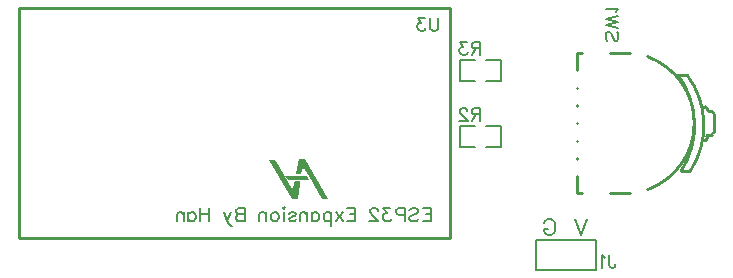
<source format=gbo>
G04 Layer: BottomSilkscreenLayer*
G04 EasyEDA v6.5.1, 2022-03-28 07:45:05*
G04 8a3c461addb741cca4737953a7c37c6d,45e7c3065f504378a11261742efe6332,10*
G04 Gerber Generator version 0.2*
G04 Scale: 100 percent, Rotated: No, Reflected: No *
G04 Dimensions in millimeters *
G04 leading zeros omitted , absolute positions ,4 integer and 5 decimal *
%FSLAX45Y45*%
%MOMM*%

%ADD10C,0.2540*%
%ADD25C,0.1524*%
%ADD26C,0.2032*%
%ADD27C,0.2030*%
%ADD28C,0.2030*%

%LPD*%
G36*
X3645357Y8003133D02*
G01*
X3627221Y7915605D01*
X3621024Y7884566D01*
X3619246Y7874457D01*
X3620414Y7873136D01*
X3624326Y7872323D01*
X3631539Y7872018D01*
X3666337Y7872831D01*
X3676345Y7922768D01*
X3678834Y7932623D01*
X3680663Y7937042D01*
X3682187Y7936941D01*
X3696766Y7911896D01*
X3726992Y7859166D01*
X3838549Y7663332D01*
X3890365Y7663281D01*
X3696208Y8003082D01*
G37*
G36*
X3414776Y7994091D02*
G01*
X3405022Y7993938D01*
X3397148Y7993583D01*
X3392017Y7993024D01*
X3390341Y7992364D01*
X3583178Y7663129D01*
X3633927Y7664399D01*
X3653637Y7793329D01*
X3655974Y7809992D01*
X3654755Y7811312D01*
X3650691Y7812176D01*
X3643325Y7812684D01*
X3608324Y7812836D01*
X3605428Y7795310D01*
X3598926Y7749336D01*
X3595471Y7727340D01*
X3585311Y7744256D01*
X3448050Y7981289D01*
X3440176Y7994091D01*
G37*
G36*
X3611829Y7862671D02*
G01*
X3577590Y7862468D01*
X3550665Y7862011D01*
X3534054Y7861452D01*
X3530549Y7861096D01*
X3530142Y7860893D01*
X3550716Y7824165D01*
X3734257Y7824165D01*
X3724249Y7842605D01*
X3713022Y7862671D01*
G37*
D28*
X4762487Y7588765D02*
G01*
X4762487Y7474211D01*
X4762487Y7588765D02*
G01*
X4691621Y7588765D01*
X4762487Y7534155D02*
G01*
X4718799Y7534155D01*
X4762487Y7474211D02*
G01*
X4691621Y7474211D01*
X4579099Y7572255D02*
G01*
X4590021Y7583177D01*
X4606531Y7588765D01*
X4628375Y7588765D01*
X4644631Y7583177D01*
X4655553Y7572255D01*
X4655553Y7561333D01*
X4650219Y7550411D01*
X4644631Y7545077D01*
X4633709Y7539489D01*
X4600943Y7528821D01*
X4590021Y7523233D01*
X4584687Y7517899D01*
X4579099Y7506977D01*
X4579099Y7490467D01*
X4590021Y7479545D01*
X4606531Y7474211D01*
X4628375Y7474211D01*
X4644631Y7479545D01*
X4655553Y7490467D01*
X4543285Y7588765D02*
G01*
X4543285Y7474211D01*
X4543285Y7588765D02*
G01*
X4494009Y7588765D01*
X4477753Y7583177D01*
X4472419Y7577843D01*
X4466831Y7566921D01*
X4466831Y7550411D01*
X4472419Y7539489D01*
X4477753Y7534155D01*
X4494009Y7528821D01*
X4543285Y7528821D01*
X4419841Y7588765D02*
G01*
X4359897Y7588765D01*
X4392663Y7545077D01*
X4376407Y7545077D01*
X4365485Y7539489D01*
X4359897Y7534155D01*
X4354563Y7517899D01*
X4354563Y7506977D01*
X4359897Y7490467D01*
X4370819Y7479545D01*
X4387329Y7474211D01*
X4403585Y7474211D01*
X4419841Y7479545D01*
X4425429Y7485133D01*
X4430763Y7496055D01*
X4312907Y7561333D02*
G01*
X4312907Y7566921D01*
X4307573Y7577843D01*
X4302239Y7583177D01*
X4291317Y7588765D01*
X4269473Y7588765D01*
X4258551Y7583177D01*
X4252963Y7577843D01*
X4247629Y7566921D01*
X4247629Y7555999D01*
X4252963Y7545077D01*
X4263885Y7528821D01*
X4318495Y7474211D01*
X4242041Y7474211D01*
X4122153Y7588765D02*
G01*
X4122153Y7474211D01*
X4122153Y7588765D02*
G01*
X4051287Y7588765D01*
X4122153Y7534155D02*
G01*
X4078465Y7534155D01*
X4122153Y7474211D02*
G01*
X4051287Y7474211D01*
X4015219Y7550411D02*
G01*
X3955275Y7474211D01*
X3955275Y7550411D02*
G01*
X4015219Y7474211D01*
X3919207Y7550411D02*
G01*
X3919207Y7435857D01*
X3919207Y7534155D02*
G01*
X3908285Y7545077D01*
X3897363Y7550411D01*
X3881107Y7550411D01*
X3870185Y7545077D01*
X3859263Y7534155D01*
X3853675Y7517899D01*
X3853675Y7506977D01*
X3859263Y7490467D01*
X3870185Y7479545D01*
X3881107Y7474211D01*
X3897363Y7474211D01*
X3908285Y7479545D01*
X3919207Y7490467D01*
X3752329Y7550411D02*
G01*
X3752329Y7474211D01*
X3752329Y7534155D02*
G01*
X3763251Y7545077D01*
X3774173Y7550411D01*
X3790429Y7550411D01*
X3801351Y7545077D01*
X3812273Y7534155D01*
X3817861Y7517899D01*
X3817861Y7506977D01*
X3812273Y7490467D01*
X3801351Y7479545D01*
X3790429Y7474211D01*
X3774173Y7474211D01*
X3763251Y7479545D01*
X3752329Y7490467D01*
X3716261Y7550411D02*
G01*
X3716261Y7474211D01*
X3716261Y7528821D02*
G01*
X3700005Y7545077D01*
X3689083Y7550411D01*
X3672573Y7550411D01*
X3661651Y7545077D01*
X3656317Y7528821D01*
X3656317Y7474211D01*
X3560305Y7534155D02*
G01*
X3565639Y7545077D01*
X3582149Y7550411D01*
X3598405Y7550411D01*
X3614915Y7545077D01*
X3620249Y7534155D01*
X3614915Y7523233D01*
X3603993Y7517899D01*
X3576561Y7512311D01*
X3565639Y7506977D01*
X3560305Y7496055D01*
X3560305Y7490467D01*
X3565639Y7479545D01*
X3582149Y7474211D01*
X3598405Y7474211D01*
X3614915Y7479545D01*
X3620249Y7490467D01*
X3524237Y7588765D02*
G01*
X3518903Y7583177D01*
X3513315Y7588765D01*
X3518903Y7594099D01*
X3524237Y7588765D01*
X3518903Y7550411D02*
G01*
X3518903Y7474211D01*
X3450069Y7550411D02*
G01*
X3460991Y7545077D01*
X3471913Y7534155D01*
X3477501Y7517899D01*
X3477501Y7506977D01*
X3471913Y7490467D01*
X3460991Y7479545D01*
X3450069Y7474211D01*
X3433813Y7474211D01*
X3422891Y7479545D01*
X3411969Y7490467D01*
X3406381Y7506977D01*
X3406381Y7517899D01*
X3411969Y7534155D01*
X3422891Y7545077D01*
X3433813Y7550411D01*
X3450069Y7550411D01*
X3370567Y7550411D02*
G01*
X3370567Y7474211D01*
X3370567Y7528821D02*
G01*
X3354057Y7545077D01*
X3343135Y7550411D01*
X3326879Y7550411D01*
X3315957Y7545077D01*
X3310369Y7528821D01*
X3310369Y7474211D01*
X3190481Y7588765D02*
G01*
X3190481Y7474211D01*
X3190481Y7588765D02*
G01*
X3141459Y7588765D01*
X3124949Y7583177D01*
X3119615Y7577843D01*
X3114027Y7566921D01*
X3114027Y7555999D01*
X3119615Y7545077D01*
X3124949Y7539489D01*
X3141459Y7534155D01*
X3190481Y7534155D02*
G01*
X3141459Y7534155D01*
X3124949Y7528821D01*
X3119615Y7523233D01*
X3114027Y7512311D01*
X3114027Y7496055D01*
X3119615Y7485133D01*
X3124949Y7479545D01*
X3141459Y7474211D01*
X3190481Y7474211D01*
X3072625Y7550411D02*
G01*
X3039859Y7474211D01*
X3007093Y7550411D02*
G01*
X3039859Y7474211D01*
X3050781Y7452367D01*
X3061703Y7441445D01*
X3072625Y7435857D01*
X3078213Y7435857D01*
X2887205Y7588765D02*
G01*
X2887205Y7474211D01*
X2810751Y7588765D02*
G01*
X2810751Y7474211D01*
X2887205Y7534155D02*
G01*
X2810751Y7534155D01*
X2709405Y7550411D02*
G01*
X2709405Y7474211D01*
X2709405Y7534155D02*
G01*
X2720327Y7545077D01*
X2731249Y7550411D01*
X2747505Y7550411D01*
X2758427Y7545077D01*
X2769349Y7534155D01*
X2774937Y7517899D01*
X2774937Y7506977D01*
X2769349Y7490467D01*
X2758427Y7479545D01*
X2747505Y7474211D01*
X2731249Y7474211D01*
X2720327Y7479545D01*
X2709405Y7490467D01*
X2673337Y7550411D02*
G01*
X2673337Y7474211D01*
X2673337Y7528821D02*
G01*
X2657081Y7545077D01*
X2646159Y7550411D01*
X2629649Y7550411D01*
X2618727Y7545077D01*
X2613393Y7528821D01*
X2613393Y7474211D01*
X6083300Y7494572D02*
G01*
X6032390Y7360935D01*
X5981481Y7494572D02*
G01*
X6032390Y7360935D01*
X5721144Y7462753D02*
G01*
X5727509Y7475481D01*
X5740237Y7488209D01*
X5752962Y7494572D01*
X5778418Y7494572D01*
X5791146Y7488209D01*
X5803872Y7475481D01*
X5810237Y7462753D01*
X5816600Y7443663D01*
X5816600Y7411844D01*
X5810237Y7392753D01*
X5803872Y7380028D01*
X5791146Y7367300D01*
X5778418Y7360935D01*
X5752962Y7360935D01*
X5740237Y7367300D01*
X5727509Y7380028D01*
X5721144Y7392753D01*
X5721144Y7411844D01*
X5752962Y7411844D02*
G01*
X5721144Y7411844D01*
D25*
X5181600Y8433838D02*
G01*
X5181600Y8324735D01*
X5181600Y8433838D02*
G01*
X5134841Y8433838D01*
X5119255Y8428644D01*
X5114058Y8423447D01*
X5108864Y8413056D01*
X5108864Y8402665D01*
X5114058Y8392274D01*
X5119255Y8387079D01*
X5134841Y8381885D01*
X5181600Y8381885D01*
X5145232Y8381885D02*
G01*
X5108864Y8324735D01*
X5069377Y8407862D02*
G01*
X5069377Y8413056D01*
X5064183Y8423447D01*
X5058986Y8428644D01*
X5048595Y8433838D01*
X5027815Y8433838D01*
X5017424Y8428644D01*
X5012227Y8423447D01*
X5007033Y8413056D01*
X5007033Y8402665D01*
X5012227Y8392274D01*
X5022618Y8376688D01*
X5074574Y8324735D01*
X5001836Y8324735D01*
X5181600Y8992638D02*
G01*
X5181600Y8883535D01*
X5181600Y8992638D02*
G01*
X5134841Y8992638D01*
X5119255Y8987444D01*
X5114058Y8982247D01*
X5108864Y8971856D01*
X5108864Y8961465D01*
X5114058Y8951074D01*
X5119255Y8945879D01*
X5134841Y8940685D01*
X5181600Y8940685D01*
X5145232Y8940685D02*
G01*
X5108864Y8883535D01*
X5064183Y8992638D02*
G01*
X5007033Y8992638D01*
X5038204Y8951074D01*
X5022618Y8951074D01*
X5012227Y8945879D01*
X5007033Y8940685D01*
X5001836Y8925097D01*
X5001836Y8914706D01*
X5007033Y8899121D01*
X5017424Y8888729D01*
X5033009Y8883535D01*
X5048595Y8883535D01*
X5064183Y8888729D01*
X5069377Y8893924D01*
X5074574Y8904315D01*
X4826000Y9198038D02*
G01*
X4826000Y9120106D01*
X4820805Y9104520D01*
X4810414Y9094129D01*
X4794826Y9088935D01*
X4784435Y9088935D01*
X4768850Y9094129D01*
X4758458Y9104520D01*
X4753264Y9120106D01*
X4753264Y9198038D01*
X4708583Y9198038D02*
G01*
X4651433Y9198038D01*
X4682604Y9156473D01*
X4667018Y9156473D01*
X4656627Y9151279D01*
X4651433Y9146085D01*
X4646236Y9130497D01*
X4646236Y9120106D01*
X4651433Y9104520D01*
X4661824Y9094129D01*
X4677409Y9088935D01*
X4692995Y9088935D01*
X4708583Y9094129D01*
X4713777Y9099323D01*
X4718974Y9109715D01*
X6335522Y9076944D02*
G01*
X6345936Y9066529D01*
X6351015Y9051036D01*
X6351015Y9030208D01*
X6345936Y9014713D01*
X6335522Y9004300D01*
X6325108Y9004300D01*
X6314693Y9009379D01*
X6309359Y9014713D01*
X6304279Y9025128D01*
X6293865Y9056370D01*
X6288786Y9066529D01*
X6283452Y9071863D01*
X6273038Y9076944D01*
X6257543Y9076944D01*
X6247129Y9066529D01*
X6242050Y9051036D01*
X6242050Y9030208D01*
X6247129Y9014713D01*
X6257543Y9004300D01*
X6351015Y9111234D02*
G01*
X6242050Y9137395D01*
X6351015Y9163304D02*
G01*
X6242050Y9137395D01*
X6351015Y9163304D02*
G01*
X6242050Y9189212D01*
X6351015Y9215120D02*
G01*
X6242050Y9189212D01*
X6330188Y9249410D02*
G01*
X6335522Y9259824D01*
X6351015Y9275571D01*
X6242050Y9275571D01*
X6272529Y7189215D02*
G01*
X6272529Y7106158D01*
X6277863Y7090410D01*
X6282943Y7085329D01*
X6293358Y7080250D01*
X6303772Y7080250D01*
X6314186Y7085329D01*
X6319520Y7090410D01*
X6324600Y7106158D01*
X6324600Y7116571D01*
X6238240Y7168387D02*
G01*
X6228079Y7173721D01*
X6212331Y7189215D01*
X6212331Y7080250D01*
X5133980Y8099790D02*
G01*
X5005486Y8099790D01*
X5005486Y8283209D01*
X5133980Y8283209D01*
X5229219Y8099790D02*
G01*
X5357713Y8099790D01*
X5357713Y8283209D01*
X5229219Y8283209D01*
X5133980Y8658590D02*
G01*
X5005486Y8658590D01*
X5005486Y8842009D01*
X5133980Y8842009D01*
X5229219Y8658590D02*
G01*
X5357713Y8658590D01*
X5357713Y8842009D01*
X5229219Y8842009D01*
D10*
X4924907Y9283004D02*
G01*
X1274902Y9283004D01*
X1274902Y7332995D01*
X4924907Y7332995D01*
X4924907Y9283004D01*
X6856569Y8712200D02*
G01*
X6932769Y8712200D01*
X6958169Y7899400D02*
G01*
X6881969Y7899400D01*
X7067389Y8445500D02*
G01*
X7087709Y8445500D01*
X7067389Y8166100D02*
G01*
X7087709Y8166100D01*
X7097869Y8415020D02*
G01*
X7097869Y8435339D01*
X7138509Y8404860D02*
G01*
X7108029Y8404860D01*
X7158829Y8227060D02*
G01*
X7158829Y8384539D01*
X7108029Y8206739D02*
G01*
X7138509Y8206739D01*
X7097869Y8176260D02*
G01*
X7097869Y8196579D01*
X6003805Y7715801D02*
G01*
X6003805Y7857688D01*
X6003805Y8003915D02*
G01*
X6003805Y8007687D01*
X6003805Y8153915D02*
G01*
X6003805Y8157687D01*
X6003805Y8303915D02*
G01*
X6003805Y8307687D01*
X6003805Y8453915D02*
G01*
X6003805Y8457686D01*
X6003805Y8603914D02*
G01*
X6003805Y8607686D01*
X6003805Y8753914D02*
G01*
X6003805Y8895798D01*
X6003803Y8895798D02*
G01*
X6045690Y8895798D01*
X6276916Y8895798D02*
G01*
X6450688Y8895798D01*
X6003805Y7715801D02*
G01*
X6045690Y7715801D01*
X6276916Y7715801D02*
G01*
X6450688Y7715801D01*
D27*
X5651500Y7315200D02*
G01*
X5969000Y7315200D01*
D26*
X5651500Y7315200D02*
G01*
X5651500Y7061200D01*
X6159500Y7061200D01*
X6159500Y7315200D01*
X5969000Y7315200D01*
D10*
G75*
G01*
X6598628Y7743502D02*
G03*
X6598628Y8868098I-204664J562298D01*
G75*
G01*
X7097768Y8435800D02*
G03*
X7087768Y8445800I-9905J94D01*
G75*
G01*
X7107768Y8405800D02*
G02*
X7097768Y8415800I8J10007D01*
G75*
G01*
X7157768Y8385800D02*
G03*
X7137768Y8405800I-20066J-66D01*
G75*
G01*
X7137768Y8205800D02*
G03*
X7157768Y8225800I-66J20066D01*
G75*
G01*
X7097768Y8195800D02*
G02*
X7107768Y8205800I10008J-7D01*
G75*
G01*
X7087768Y8165800D02*
G03*
X7097768Y8175800I95J9906D01*
G75*
G01*
X6881970Y7899400D02*
G03*
X6856570Y8712200I-607983J387797D01*
G75*
G01*
X6958170Y7899400D02*
G03*
X6932770Y8712200I-591649J388308D01*
M02*

</source>
